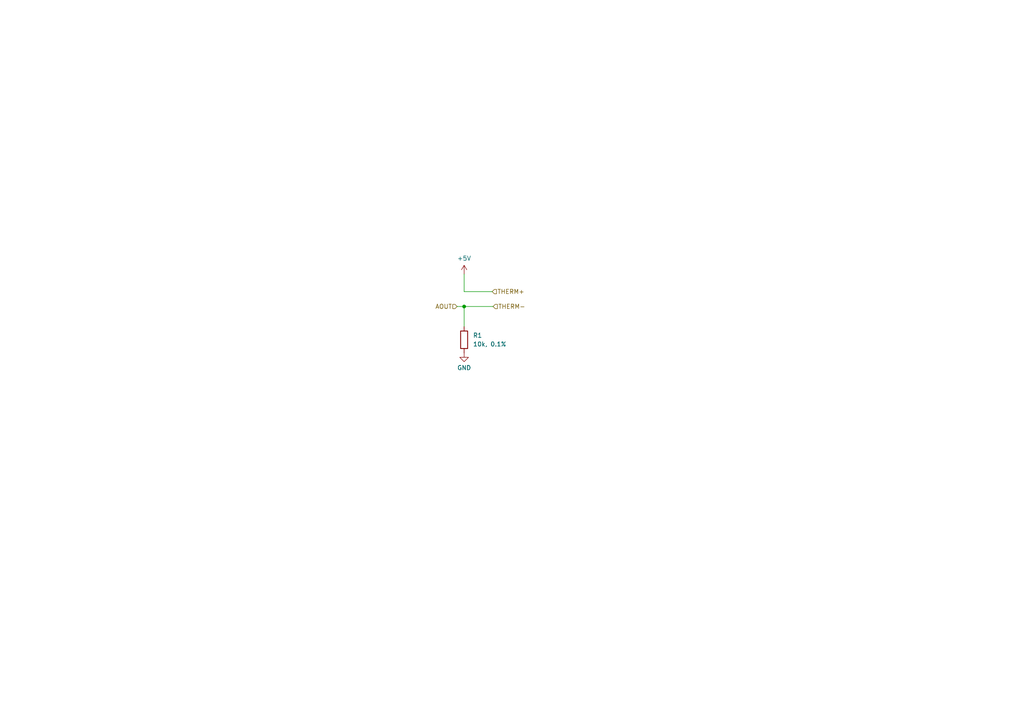
<source format=kicad_sch>
(kicad_sch (version 20230121) (generator eeschema)
  (paper "A4")
  (lib_symbols
    (symbol "Device:R" (pin_numbers hide) (pin_names (offset 0))
      (property "Reference" "R" (at 2.032 0 90))
      (property "Value" "R" (at 0 0 90))
      (symbol "R_0_1"
        (rectangle (start -1.016 -2.54) (end 1.016 2.54) (stroke (width 0.254)))
      )
      (symbol "R_1_1"
        (pin passive line (at 0 3.81 270) (length 1.27) (name "~") (number "1"))
        (pin passive line (at 0 -3.81 90) (length 1.27) (name "~") (number "2"))
      )
    )
    (symbol "power:+5V" (power) (pin_names (offset 0))
      (property "Value" "+5V" (at 0 3.556 0))
      (symbol "+5V_0_1"
        (polyline (pts (xy -0.762 1.27) (xy 0 2.54)))
        (polyline (pts (xy 0 0) (xy 0 2.54)))
        (polyline (pts (xy 0 2.54) (xy 0.762 1.27)))
      )
      (symbol "+5V_1_1"
        (pin power_in line (at 0 0 90) (length 0) hide (name "+5V") (number "1"))
      )
    )
    (symbol "power:GND" (power) (pin_names (offset 0))
      (property "Value" "GND" (at 0 -3.81 0))
      (symbol "GND_0_1"
        (polyline (pts (xy 0 0) (xy 0 -1.27) (xy 1.27 -1.27) (xy 0 -2.54) (xy -1.27 -1.27) (xy 0 -1.27)))
      )
      (symbol "GND_1_1"
        (pin power_in line (at 0 0 270) (length 0) hide (name "GND") (number "1"))
      )
    )
  )
  (junction (at 134.62 88.9))
  (wire (pts (xy 134.62 79.502) (xy 134.62 84.582)))
  (wire (pts (xy 132.588 88.9) (xy 134.62 88.9)))
  (wire (pts (xy 134.62 88.9) (xy 143.002 88.9)))
  (wire (pts (xy 134.62 84.582) (xy 142.748 84.582)))
  (wire (pts (xy 134.62 88.9) (xy 134.62 94.742)))
  (hierarchical_label "AOUT" (shape input) (at 132.588 88.9 180))
  (hierarchical_label "THERM-" (shape input) (at 143.002 88.9 0))
  (hierarchical_label "THERM+" (shape input) (at 142.748 84.582 0))
  (symbol (lib_id "power:GND") (at 134.62 102.362 0) (unit 1)
    (property "Reference" "#PWR059" (effects hide))
    (property "Value" "GND" (at 134.62 106.68 0))
    (instances (project "TelescopeController" (path "" (reference "#PWR059") (unit 1)) (path "" (reference "#PWR061") (unit 1)) (path "" (reference "#PWR063") (unit 1)) (path "" (reference "#PWR065") (unit 1))))
  )
  (symbol (lib_id "power:+5V") (at 134.62 79.502 0) (unit 1)
    (property "Reference" "#PWR057" (effects hide))
    (property "Value" "+5V" (at 134.62 74.93 0))
    (instances (project "TelescopeController" (path "" (reference "#PWR057") (unit 1)) (path "" (reference "#PWR060") (unit 1)) (path "" (reference "#PWR062") (unit 1)) (path "" (reference "#PWR064") (unit 1))))
  )
  (symbol (lib_id "Device:R") (at 134.62 98.552 0) (unit 1)
    (property "Reference" "R1" (at 137.16 97.282 0) (effects (justify left)))
    (property "Value" "10k, 0.1%" (at 137.16 99.822 0) (effects (justify left)))
    (property "Footprint" "Resistor_SMD:R_0805_2012Metric_Pad1.20x1.40mm_HandSolder" (effects hide))
    (instances (project "TelescopeController" (path "" (reference "R1") (unit 1)) (path "" (reference "R3") (unit 1)) (path "" (reference "R5") (unit 1)) (path "" (reference "R7") (unit 1)) (path "" (reference "R18") (unit 1)) (path "" (reference "R26") (unit 1)) (path "" (reference "R27") (unit 1)) (path "" (reference "R28") (unit 1)) (path "" (reference "R29") (unit 1))))
  )
)
</source>
